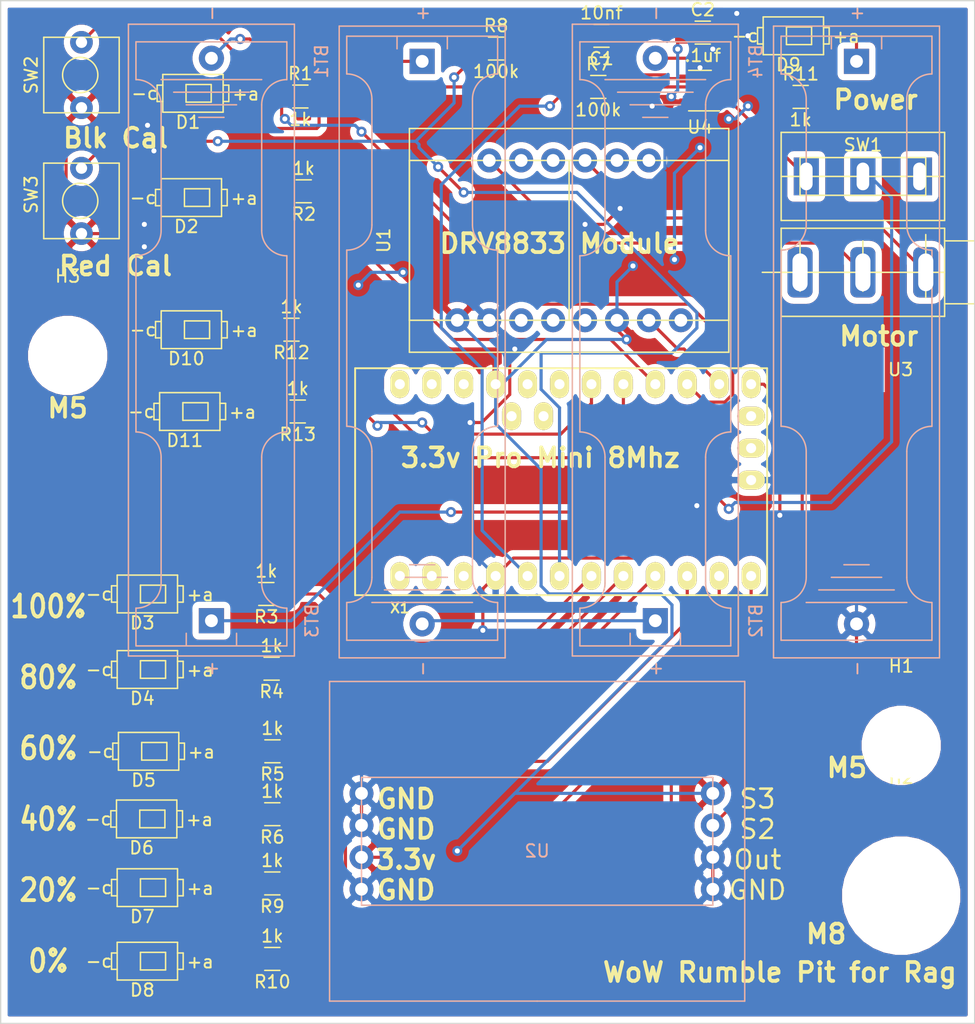
<source format=kicad_pcb>
(kicad_pcb (version 20171130) (host pcbnew "(5.1.6)-1")
  (layers (0 F.Cu signal hide) (31 B.Cu signal hide) (34 B.Paste user) (35 F.Paste user) (36 B.SilkS user) (37 F.SilkS user) (38 B.Mask user) (39 F.Mask user) (44 Edge.Cuts user))
  (net 0 "")
  (net 1 GND)
  (net 2 "Net-(BT1-Pad2)")
  (net 3 "Net-(BT1-Pad1)")
  (net 4 "Net-(BT2-Pad2)")
  (net 5 "Net-(BT3-Pad1)")
  (net 6 "Net-(U1-Pad14)")
  (net 7 "Net-(U1-Pad13)")
  (net 8 "Net-(U1-Pad12)")
  (net 9 "Net-(U1-Pad11)")
  (net 10 "Net-(U1-Pad10)")
  (net 11 "Net-(U1-Pad9)")
  (net 12 "Net-(U1-Pad8)")
  (net 13 "Net-(U1-Pad5)")
  (net 14 "Net-(U1-Pad4)")
  (net 15 "Net-(U1-Pad3)")
  (net 16 "Net-(U3-Pad3)")
  (net 17 "Net-(D1-Pad2)")
  (net 18 "Net-(D2-Pad2)")
  (net 19 "Net-(D3-Pad2)")
  (net 20 "Net-(D4-Pad2)")
  (net 21 "Net-(D5-Pad2)")
  (net 22 "Net-(D6-Pad2)")
  (net 23 "Net-(C1-Pad1)")
  (net 24 "Net-(X1-Pad28)")
  (net 25 "Net-(X1-Pad27)")
  (net 26 "Net-(X1-Pad26)")
  (net 27 "Net-(X1-Pad25)")
  (net 28 "Net-(X1-Pad24)")
  (net 29 "Net-(X1-Pad23)")
  (net 30 "Net-(X1-Pad22)")
  (net 31 "Net-(X1-Pad20)")
  (net 32 "Net-(X1-Pad19)")
  (net 33 "Net-(X1-Pad3)")
  (net 34 "Net-(D7-Pad2)")
  (net 35 "Net-(D8-Pad2)")
  (net 36 "Net-(D9-Pad2)")
  (net 37 "Net-(R1-Pad1)")
  (net 38 "Net-(R2-Pad1)")
  (net 39 "Net-(R3-Pad1)")
  (net 40 "Net-(R4-Pad1)")
  (net 41 "Net-(R5-Pad1)")
  (net 42 "Net-(R6-Pad1)")
  (net 43 "Net-(R7-Pad1)")
  (net 44 "Net-(R8-Pad1)")
  (net 45 "Net-(R9-Pad1)")
  (net 46 "Net-(R10-Pad1)")
  (net 47 "Net-(U1-Pad7)")
  (net 48 "Net-(U2-Pad6)")
  (net 49 "Net-(SW1-Pad1)")
  (net 50 3.3vlabel)
  (net 51 "Net-(SW1-Pad3)")
  (net 52 "Net-(D10-Pad2)")
  (net 53 "Net-(D11-Pad2)")
  (net 54 "Net-(R12-Pad1)")
  (net 55 "Net-(R13-Pad1)")
  (net 56 "Net-(X1-Pad2)")
  (net 57 "Net-(X1-Pad1)")
  (module MountingHole:MountingHole_8.4mm_M8 (layer F.Cu) (at 191.008 140.97)
    (fp_text reference H2 (at 0 -9.4) (layer F.SilkS))
    (fp_text value MountingHole)
    (pad 1 np_thru_hole circle (at 0 0) (size 8.4 8.4) (drill 8.4) (layers *.Cu *.Mask))
  )
  (module MountingHole:MountingHole_5.3mm_M5 (layer F.Cu) (at 124.714 98.044)
    (fp_text reference H3 (at 0 -6.3) (layer F.SilkS))
    (fp_text value MountingHole)
    (pad 1 np_thru_hole circle (at 0 0) (size 5.3 5.3) (drill 5.3) (layers *.Cu *.Mask))
  )
  (module MountingHole:MountingHole_5.3mm_M5 (layer F.Cu) (at 191.008 129.032)
    (fp_text reference H1 (at 0 -6.3) (layer F.SilkS))
    (fp_text value MountingHole)
    (pad 1 np_thru_hole circle (at 0 0) (size 5.3 5.3) (drill 5.3) (layers *.Cu *.Mask))
  )
  (module "MPV Custom stuff:Button_2_lead_SPST_TH" (layer F.Cu) (at 122.81 72.762 270)
    (fp_text reference SW2 (at 3 1 90) (layer F.SilkS))
    (fp_text value SW_Push)
    (pad 1 thru_hole circle (at 0.4 -3 270) (size 1.8 1.8) (drill 0.9) (layers *.Cu *.Mask) (net 43 "Net-(R7-Pad1)"))
    (pad 2 thru_hole circle (at 5.6 -3 270) (size 1.8 1.8) (drill 0.9) (layers *.Cu *.Mask) (net 50 3.3vlabel))
  )
  (module "MPV Custom stuff:Button_2_lead_SPST_TH" (layer F.Cu) (at 122.81 82.762 270)
    (fp_text reference SW3 (at 2.5 1 270) (layer F.SilkS))
    (fp_text value SW_Push)
    (pad 1 thru_hole circle (at 0.4 -3 270) (size 1.8 1.8) (drill 0.9) (layers *.Cu *.Mask) (net 44 "Net-(R8-Pad1)"))
    (pad 2 thru_hole circle (at 5.6 -3 270) (size 1.8 1.8) (drill 0.9) (layers *.Cu *.Mask) (net 50 3.3vlabel))
  )
  (module Resistor_SMD:R_1206_3216Metric_Pad1.42x1.75mm_HandSolder (layer F.Cu) (at 143.0125 102.5 180)
    (fp_text reference R13 (at 0 -1.82) (layer F.SilkS))
    (fp_text value 1k (at 0 1.82) (layer F.SilkS))
    (pad 2 smd roundrect (at 1.4875 0 180) (size 1.425 1.75) (layers F.Cu F.Paste F.Mask) (roundrect_rratio 0.175439) (net 53 "Net-(D11-Pad2)"))
    (pad 1 smd roundrect (at -1.4875 0 180) (size 1.425 1.75) (layers F.Cu F.Paste F.Mask) (roundrect_rratio 0.175439) (net 55 "Net-(R13-Pad1)"))
  )
  (module Resistor_SMD:R_1206_3216Metric_Pad1.42x1.75mm_HandSolder (layer F.Cu) (at 142.5125 96 180)
    (fp_text reference R12 (at 0 -1.82) (layer F.SilkS))
    (fp_text value 1k (at 0 1.82) (layer F.SilkS))
    (pad 2 smd roundrect (at 1.4875 0 180) (size 1.425 1.75) (layers F.Cu F.Paste F.Mask) (roundrect_rratio 0.175439) (net 52 "Net-(D10-Pad2)"))
    (pad 1 smd roundrect (at -1.4875 0 180) (size 1.425 1.75) (layers F.Cu F.Paste F.Mask) (roundrect_rratio 0.175439) (net 54 "Net-(R12-Pad1)"))
  )
  (module Resistor_SMD:R_1206_3216Metric_Pad1.42x1.75mm_HandSolder (layer F.Cu) (at 143.4875 85 180)
    (fp_text reference R2 (at 0 -1.82) (layer F.SilkS))
    (fp_text value 1k (at 0 1.82) (layer F.SilkS))
    (pad 2 smd roundrect (at 1.4875 0 180) (size 1.425 1.75) (layers F.Cu F.Paste F.Mask) (roundrect_rratio 0.175439) (net 18 "Net-(D2-Pad2)"))
    (pad 1 smd roundrect (at -1.4875 0 180) (size 1.425 1.75) (layers F.Cu F.Paste F.Mask) (roundrect_rratio 0.175439) (net 38 "Net-(R2-Pad1)"))
  )
  (module Resistor_SMD:R_1206_3216Metric_Pad1.42x1.75mm_HandSolder (layer F.Cu) (at 143.2195 77.47)
    (fp_text reference R1 (at 0 -1.82) (layer F.SilkS))
    (fp_text value 1k (at 0 1.82) (layer F.SilkS))
    (pad 2 smd roundrect (at 1.4875 0) (size 1.425 1.75) (layers F.Cu F.Paste F.Mask) (roundrect_rratio 0.175439) (net 17 "Net-(D1-Pad2)"))
    (pad 1 smd roundrect (at -1.4875 0) (size 1.425 1.75) (layers F.Cu F.Paste F.Mask) (roundrect_rratio 0.175439) (net 37 "Net-(R1-Pad1)"))
  )
  (module "MPV Custom stuff:5730_LED_SMD" (layer F.Cu) (at 137.274 101 180)
    (fp_text reference D11 (at 3.25 -3.8) (layer F.SilkS))
    (fp_text value LED)
    (fp_text user +a (at -1.35 -1.55) (layer F.SilkS))
    (fp_text user -c (at 6.7 -1.5) (layer F.SilkS))
    (pad 3 smd rect (at 2.4 -1.5 180) (size 2.5 1.5) (layers F.Cu F.Paste F.Mask))
    (pad 1 smd rect (at 5.65 -1.5 180) (size 0.7 1.8) (layers F.Cu F.Paste F.Mask) (net 1 GND))
    (pad 2 smd rect (at 0.05 -1.5 180) (size 0.7 1.8) (layers F.Cu F.Paste F.Mask) (net 53 "Net-(D11-Pad2)"))
  )
  (module "MPV Custom stuff:5730_LED_SMD" (layer F.Cu) (at 137.4 94.5 180)
    (fp_text reference D10 (at 3.25 -3.8) (layer F.SilkS))
    (fp_text value LED)
    (fp_text user +a (at -1.35 -1.55) (layer F.SilkS))
    (fp_text user -c (at 6.7 -1.5) (layer F.SilkS))
    (pad 3 smd rect (at 2.4 -1.5 180) (size 2.5 1.5) (layers F.Cu F.Paste F.Mask))
    (pad 1 smd rect (at 5.65 -1.5 180) (size 0.7 1.8) (layers F.Cu F.Paste F.Mask) (net 1 GND))
    (pad 2 smd rect (at 0.05 -1.5 180) (size 0.7 1.8) (layers F.Cu F.Paste F.Mask) (net 52 "Net-(D10-Pad2)"))
  )
  (module "MPV Custom stuff:5730_LED_SMD" (layer F.Cu) (at 137.4 84 180)
    (fp_text reference D2 (at 3.25 -3.8) (layer F.SilkS))
    (fp_text value LED)
    (fp_text user +a (at -1.35 -1.55) (layer F.SilkS))
    (fp_text user -c (at 6.7 -1.5) (layer F.SilkS))
    (pad 3 smd rect (at 2.4 -1.5 180) (size 2.5 1.5) (layers F.Cu F.Paste F.Mask))
    (pad 1 smd rect (at 5.65 -1.5 180) (size 0.7 1.8) (layers F.Cu F.Paste F.Mask) (net 1 GND))
    (pad 2 smd rect (at 0.05 -1.5 180) (size 0.7 1.8) (layers F.Cu F.Paste F.Mask) (net 18 "Net-(D2-Pad2)"))
  )
  (module "MPV Custom stuff:5730_LED_SMD" (layer F.Cu) (at 137.528 75.716 180)
    (fp_text reference D1 (at 3.25 -3.8) (layer F.SilkS))
    (fp_text value LED)
    (fp_text user +a (at -1.35 -1.55) (layer F.SilkS))
    (fp_text user -c (at 6.7 -1.5) (layer F.SilkS))
    (pad 3 smd rect (at 2.4 -1.5 180) (size 2.5 1.5) (layers F.Cu F.Paste F.Mask))
    (pad 1 smd rect (at 5.65 -1.5 180) (size 0.7 1.8) (layers F.Cu F.Paste F.Mask) (net 1 GND))
    (pad 2 smd rect (at 0.05 -1.5 180) (size 0.7 1.8) (layers F.Cu F.Paste F.Mask) (net 17 "Net-(D1-Pad2)"))
  )
  (module "MPV Custom stuff:SPDT_Switch" (layer F.Cu) (at 181.46 87.32)
    (fp_text reference SW1 (at 6.5 -6) (layer F.SilkS))
    (fp_text value SW_SPDT)
    (pad 2 thru_hole rect (at 6.5 -3.5) (size 2 3) (drill oval 1 2.2) (layers *.Cu *.Mask) (net 5 "Net-(BT3-Pad1)"))
    (pad 3 thru_hole rect (at 11 -3.5) (size 2 3) (drill oval 1 2.2) (layers *.Cu *.Mask) (net 51 "Net-(SW1-Pad3)"))
    (pad 1 thru_hole rect (at 2 -3.5) (size 2 3) (drill oval 1 2.2) (layers *.Cu *.Mask) (net 49 "Net-(SW1-Pad1)"))
  )
  (module Resistor_SMD:R_1206_3216Metric_Pad1.42x1.75mm_HandSolder (layer F.Cu) (at 183.0125 77.5)
    (fp_text reference R11 (at 0 -1.82) (layer F.SilkS))
    (fp_text value 1k (at 0 1.82) (layer F.SilkS))
    (pad 2 smd roundrect (at 1.4875 0) (size 1.425 1.75) (layers F.Cu F.Paste F.Mask) (roundrect_rratio 0.175439) (net 36 "Net-(D9-Pad2)"))
    (pad 1 smd roundrect (at -1.4875 0) (size 1.425 1.75) (layers F.Cu F.Paste F.Mask) (roundrect_rratio 0.175439) (net 50 3.3vlabel))
  )
  (module Resistor_SMD:R_1206_3216Metric_Pad1.42x1.75mm_HandSolder (layer F.Cu) (at 140.9875 146 180)
    (fp_text reference R10 (at 0 -1.82) (layer F.SilkS))
    (fp_text value 1k (at 0 1.82) (layer F.SilkS))
    (pad 2 smd roundrect (at 1.4875 0 180) (size 1.425 1.75) (layers F.Cu F.Paste F.Mask) (roundrect_rratio 0.175439) (net 35 "Net-(D8-Pad2)"))
    (pad 1 smd roundrect (at -1.4875 0 180) (size 1.425 1.75) (layers F.Cu F.Paste F.Mask) (roundrect_rratio 0.175439) (net 46 "Net-(R10-Pad1)"))
  )
  (module Resistor_SMD:R_1206_3216Metric_Pad1.42x1.75mm_HandSolder (layer F.Cu) (at 140.9875 140 180)
    (fp_text reference R9 (at 0 -1.82) (layer F.SilkS))
    (fp_text value 1k (at 0 1.82) (layer F.SilkS))
    (pad 2 smd roundrect (at 1.4875 0 180) (size 1.425 1.75) (layers F.Cu F.Paste F.Mask) (roundrect_rratio 0.175439) (net 34 "Net-(D7-Pad2)"))
    (pad 1 smd roundrect (at -1.4875 0 180) (size 1.425 1.75) (layers F.Cu F.Paste F.Mask) (roundrect_rratio 0.175439) (net 45 "Net-(R9-Pad1)"))
  )
  (module Resistor_SMD:R_1206_3216Metric_Pad1.42x1.75mm_HandSolder (layer F.Cu) (at 140.9875 134.5 180)
    (fp_text reference R6 (at 0 -1.82) (layer F.SilkS))
    (fp_text value 1k (at 0 1.82) (layer F.SilkS))
    (pad 2 smd roundrect (at 1.4875 0 180) (size 1.425 1.75) (layers F.Cu F.Paste F.Mask) (roundrect_rratio 0.175439) (net 22 "Net-(D6-Pad2)"))
    (pad 1 smd roundrect (at -1.4875 0 180) (size 1.425 1.75) (layers F.Cu F.Paste F.Mask) (roundrect_rratio 0.175439) (net 42 "Net-(R6-Pad1)"))
  )
  (module Resistor_SMD:R_1206_3216Metric_Pad1.42x1.75mm_HandSolder (layer F.Cu) (at 141 129.5 180)
    (fp_text reference R5 (at 0 -1.82) (layer F.SilkS))
    (fp_text value 1k (at 0 1.82) (layer F.SilkS))
    (pad 2 smd roundrect (at 1.4875 0 180) (size 1.425 1.75) (layers F.Cu F.Paste F.Mask) (roundrect_rratio 0.175439) (net 21 "Net-(D5-Pad2)"))
    (pad 1 smd roundrect (at -1.4875 0 180) (size 1.425 1.75) (layers F.Cu F.Paste F.Mask) (roundrect_rratio 0.175439) (net 41 "Net-(R5-Pad1)"))
  )
  (module Resistor_SMD:R_1206_3216Metric_Pad1.42x1.75mm_HandSolder (layer F.Cu) (at 140.9335 122.936 180)
    (fp_text reference R4 (at 0 -1.82) (layer F.SilkS))
    (fp_text value 1k (at 0 1.82) (layer F.SilkS))
    (pad 2 smd roundrect (at 1.4875 0 180) (size 1.425 1.75) (layers F.Cu F.Paste F.Mask) (roundrect_rratio 0.175439) (net 20 "Net-(D4-Pad2)"))
    (pad 1 smd roundrect (at -1.4875 0 180) (size 1.425 1.75) (layers F.Cu F.Paste F.Mask) (roundrect_rratio 0.175439) (net 40 "Net-(R4-Pad1)"))
  )
  (module Resistor_SMD:R_1206_3216Metric_Pad1.42x1.75mm_HandSolder (layer F.Cu) (at 140.5125 117 180)
    (fp_text reference R3 (at 0 -1.82) (layer F.SilkS))
    (fp_text value 1k (at 0 1.82) (layer F.SilkS))
    (pad 2 smd roundrect (at 1.4875 0 180) (size 1.425 1.75) (layers F.Cu F.Paste F.Mask) (roundrect_rratio 0.175439) (net 19 "Net-(D3-Pad2)"))
    (pad 1 smd roundrect (at -1.4875 0 180) (size 1.425 1.75) (layers F.Cu F.Paste F.Mask) (roundrect_rratio 0.175439) (net 39 "Net-(R3-Pad1)"))
  )
  (module "MPV Custom stuff:5730_LED_SMD" (layer F.Cu) (at 185.28 71.144 180)
    (fp_text reference D9 (at 3.25 -3.8) (layer F.SilkS))
    (fp_text value LED)
    (fp_text user +a (at -1.35 -1.55) (layer F.SilkS))
    (fp_text user -c (at 6.7 -1.5) (layer F.SilkS))
    (pad 3 smd rect (at 2.4 -1.5 180) (size 2.5 1.5) (layers F.Cu F.Paste F.Mask))
    (pad 1 smd rect (at 5.65 -1.5 180) (size 0.7 1.8) (layers F.Cu F.Paste F.Mask) (net 1 GND))
    (pad 2 smd rect (at 0.05 -1.5 180) (size 0.7 1.8) (layers F.Cu F.Paste F.Mask) (net 36 "Net-(D9-Pad2)"))
  )
  (module "MPV Custom stuff:5730_LED_SMD" (layer F.Cu) (at 133.9 144.677 180)
    (fp_text reference D8 (at 3.25 -3.8) (layer F.SilkS))
    (fp_text value LED)
    (fp_text user +a (at -1.35 -1.55) (layer F.SilkS))
    (fp_text user -c (at 6.7 -1.5) (layer F.SilkS))
    (pad 3 smd rect (at 2.4 -1.5 180) (size 2.5 1.5) (layers F.Cu F.Paste F.Mask))
    (pad 1 smd rect (at 5.65 -1.5 180) (size 0.7 1.8) (layers F.Cu F.Paste F.Mask) (net 1 GND))
    (pad 2 smd rect (at 0.05 -1.5 180) (size 0.7 1.8) (layers F.Cu F.Paste F.Mask) (net 35 "Net-(D8-Pad2)"))
  )
  (module "MPV Custom stuff:5730_LED_SMD" (layer F.Cu) (at 133.9 138.835 180)
    (fp_text reference D7 (at 3.25 -3.8) (layer F.SilkS))
    (fp_text value LED)
    (fp_text user +a (at -1.35 -1.55) (layer F.SilkS))
    (fp_text user -c (at 6.7 -1.5) (layer F.SilkS))
    (pad 3 smd rect (at 2.4 -1.5 180) (size 2.5 1.5) (layers F.Cu F.Paste F.Mask))
    (pad 1 smd rect (at 5.65 -1.5 180) (size 0.7 1.8) (layers F.Cu F.Paste F.Mask) (net 1 GND))
    (pad 2 smd rect (at 0.05 -1.5 180) (size 0.7 1.8) (layers F.Cu F.Paste F.Mask) (net 34 "Net-(D7-Pad2)"))
  )
  (module "MPV Custom stuff:5730_LED_SMD" (layer F.Cu) (at 133.845 133.374 180)
    (fp_text reference D6 (at 3.25 -3.8) (layer F.SilkS))
    (fp_text value LED)
    (fp_text user +a (at -1.35 -1.55) (layer F.SilkS))
    (fp_text user -c (at 6.7 -1.5) (layer F.SilkS))
    (pad 3 smd rect (at 2.4 -1.5 180) (size 2.5 1.5) (layers F.Cu F.Paste F.Mask))
    (pad 1 smd rect (at 5.65 -1.5 180) (size 0.7 1.8) (layers F.Cu F.Paste F.Mask) (net 1 GND))
    (pad 2 smd rect (at 0.05 -1.5 180) (size 0.7 1.8) (layers F.Cu F.Paste F.Mask) (net 22 "Net-(D6-Pad2)"))
  )
  (module "MPV Custom stuff:5730_LED_SMD" (layer F.Cu) (at 134 128 180)
    (fp_text reference D5 (at 3.25 -3.8) (layer F.SilkS))
    (fp_text value LED)
    (fp_text user +a (at -1.35 -1.55) (layer F.SilkS))
    (fp_text user -c (at 6.7 -1.5) (layer F.SilkS))
    (pad 3 smd rect (at 2.4 -1.5 180) (size 2.5 1.5) (layers F.Cu F.Paste F.Mask))
    (pad 1 smd rect (at 5.65 -1.5 180) (size 0.7 1.8) (layers F.Cu F.Paste F.Mask) (net 1 GND))
    (pad 2 smd rect (at 0.05 -1.5 180) (size 0.7 1.8) (layers F.Cu F.Paste F.Mask) (net 21 "Net-(D5-Pad2)"))
  )
  (module "MPV Custom stuff:5730_LED_SMD" (layer F.Cu) (at 133.9 121.5 180)
    (fp_text reference D4 (at 3.25 -3.8) (layer F.SilkS))
    (fp_text value LED)
    (fp_text user +a (at -1.35 -1.55) (layer F.SilkS))
    (fp_text user -c (at 6.7 -1.5) (layer F.SilkS))
    (pad 3 smd rect (at 2.4 -1.5 180) (size 2.5 1.5) (layers F.Cu F.Paste F.Mask))
    (pad 1 smd rect (at 5.65 -1.5 180) (size 0.7 1.8) (layers F.Cu F.Paste F.Mask) (net 1 GND))
    (pad 2 smd rect (at 0.05 -1.5 180) (size 0.7 1.8) (layers F.Cu F.Paste F.Mask) (net 20 "Net-(D4-Pad2)"))
  )
  (module "MPV Custom stuff:5730_LED_SMD" (layer F.Cu) (at 133.9 115.5 180)
    (fp_text reference D3 (at 3.25 -3.8) (layer F.SilkS))
    (fp_text value LED)
    (fp_text user +a (at -1.35 -1.55) (layer F.SilkS))
    (fp_text user -c (at 6.7 -1.5) (layer F.SilkS))
    (pad 3 smd rect (at 2.4 -1.5 180) (size 2.5 1.5) (layers F.Cu F.Paste F.Mask))
    (pad 1 smd rect (at 5.65 -1.5 180) (size 0.7 1.8) (layers F.Cu F.Paste F.Mask) (net 1 GND))
    (pad 2 smd rect (at 0.05 -1.5 180) (size 0.7 1.8) (layers F.Cu F.Paste F.Mask) (net 19 "Net-(D3-Pad2)"))
  )
  (module "MPV Custom stuff:pro_mini" (layer F.Cu) (at 165.1 107.95)
    (fp_text reference X1 (at -13.97 10.16) (layer F.SilkS) (effects (font (size 0.8 0.8) (thickness 0.16))))
    (fp_text value Arduino_Pro_Mini hide)
    (pad 29 thru_hole oval (at 13.97 0) (size 2.19964 1.50114) (drill 0.8001) (layers *.Cu *.Mask F.SilkS) (net 1 GND))
    (pad 28 thru_hole oval (at 13.97 -2.54) (size 2.19964 1.50114) (drill 0.8001) (layers *.Cu *.Mask F.SilkS) (net 24 "Net-(X1-Pad28)"))
    (pad 27 thru_hole oval (at 13.97 -5.08) (size 2.19964 1.50114) (drill 0.8001) (layers *.Cu *.Mask F.SilkS) (net 25 "Net-(X1-Pad27)"))
    (pad 26 thru_hole oval (at -5.08 -5.08) (size 1.50114 2.19964) (drill 0.8001) (layers *.Cu *.Mask F.SilkS) (net 26 "Net-(X1-Pad26)"))
    (pad 25 thru_hole oval (at -2.54 -5.08) (size 1.50114 2.19964) (drill 0.8001) (layers *.Cu *.Mask F.SilkS) (net 27 "Net-(X1-Pad25)"))
    (pad 24 thru_hole oval (at -13.97 -7.62) (size 1.50114 2.19964) (drill 0.8001) (layers *.Cu *.Mask F.SilkS) (net 28 "Net-(X1-Pad24)"))
    (pad 23 thru_hole oval (at -11.43 -7.62) (size 1.50114 2.19964) (drill 0.8001) (layers *.Cu *.Mask F.SilkS) (net 29 "Net-(X1-Pad23)"))
    (pad 22 thru_hole oval (at -8.89 -7.62) (size 1.50114 2.19964) (drill 0.8001) (layers *.Cu *.Mask F.SilkS) (net 30 "Net-(X1-Pad22)"))
    (pad 21 thru_hole oval (at -6.35 -7.62) (size 1.50114 2.19964) (drill 0.8001) (layers *.Cu *.Mask F.SilkS) (net 50 3.3vlabel))
    (pad 20 thru_hole oval (at -3.81 -7.62) (size 1.50114 2.19964) (drill 0.8001) (layers *.Cu *.Mask F.SilkS) (net 31 "Net-(X1-Pad20)"))
    (pad 19 thru_hole oval (at -1.27 -7.62) (size 1.50114 2.19964) (drill 0.8001) (layers *.Cu *.Mask F.SilkS) (net 32 "Net-(X1-Pad19)"))
    (pad 18 thru_hole oval (at 1.27 -7.62) (size 1.50114 2.19964) (drill 0.8001) (layers *.Cu *.Mask F.SilkS) (net 55 "Net-(R13-Pad1)"))
    (pad 17 thru_hole oval (at 3.81 -7.62) (size 1.50114 2.19964) (drill 0.8001) (layers *.Cu *.Mask F.SilkS) (net 54 "Net-(R12-Pad1)"))
    (pad 16 thru_hole oval (at 6.35 -7.62) (size 1.50114 2.19964) (drill 0.8001) (layers *.Cu *.Mask F.SilkS) (net 38 "Net-(R2-Pad1)"))
    (pad 15 thru_hole oval (at 8.89 -7.62) (size 1.50114 2.19964) (drill 0.8001) (layers *.Cu *.Mask F.SilkS) (net 37 "Net-(R1-Pad1)"))
    (pad 14 thru_hole oval (at 11.43 -7.62) (size 1.50114 2.19964) (drill 0.8001) (layers *.Cu *.Mask F.SilkS) (net 47 "Net-(U1-Pad7)"))
    (pad 13 thru_hole oval (at 13.97 -7.62) (size 1.50114 2.19964) (drill 0.8001) (layers *.Cu *.Mask F.SilkS) (net 48 "Net-(U2-Pad6)"))
    (pad 12 thru_hole oval (at 13.97 7.62) (size 1.50114 2.19964) (drill 0.8001) (layers *.Cu *.Mask F.SilkS) (net 46 "Net-(R10-Pad1)"))
    (pad 11 thru_hole oval (at 11.43 7.62) (size 1.50114 2.19964) (drill 0.8001) (layers *.Cu *.Mask F.SilkS) (net 45 "Net-(R9-Pad1)"))
    (pad 10 thru_hole oval (at 8.89 7.62) (size 1.50114 2.19964) (drill 0.8001) (layers *.Cu *.Mask F.SilkS) (net 42 "Net-(R6-Pad1)"))
    (pad 9 thru_hole oval (at 6.35 7.62) (size 1.50114 2.19964) (drill 0.8001) (layers *.Cu *.Mask F.SilkS) (net 41 "Net-(R5-Pad1)"))
    (pad 8 thru_hole oval (at 3.81 7.62) (size 1.50114 2.19964) (drill 0.8001) (layers *.Cu *.Mask F.SilkS) (net 40 "Net-(R4-Pad1)"))
    (pad 7 thru_hole oval (at 1.27 7.62) (size 1.50114 2.19964) (drill 0.8001) (layers *.Cu *.Mask F.SilkS) (net 39 "Net-(R3-Pad1)"))
    (pad 6 thru_hole oval (at -1.27 7.62) (size 1.50114 2.19964) (drill 0.8001) (layers *.Cu *.Mask F.SilkS) (net 44 "Net-(R8-Pad1)"))
    (pad 5 thru_hole oval (at -3.81 7.62) (size 1.50114 2.19964) (drill 0.8001) (layers *.Cu *.Mask F.SilkS) (net 43 "Net-(R7-Pad1)"))
    (pad 4 thru_hole oval (at -6.35 7.62) (size 1.50114 2.19964) (drill 0.8001) (layers *.Cu *.Mask F.SilkS) (net 1 GND))
    (pad 3 thru_hole oval (at -8.89 7.62) (size 1.50114 2.19964) (drill 0.8001) (layers *.Cu *.Mask F.SilkS) (net 33 "Net-(X1-Pad3)"))
    (pad 2 thru_hole oval (at -11.43 7.62) (size 1.50114 2.19964) (drill 0.8001) (layers *.Cu *.Mask F.SilkS) (net 56 "Net-(X1-Pad2)"))
    (pad 1 thru_hole oval (at -13.97 7.62) (size 1.50114 2.19964) (drill 0.8001) (layers *.Cu *.Mask F.SilkS) (net 57 "Net-(X1-Pad1)"))
  )
  (module Package_TO_SOT_SMD:SOT-23-5 (layer F.Cu) (at 175 77 180)
    (fp_text reference U4 (at 0 -2.9) (layer F.SilkS))
    (fp_text value SPX3819M5-L-3-3)
    (pad 5 smd rect (at 1.1 -0.95 180) (size 1.06 0.65) (layers F.Cu F.Paste F.Mask) (net 50 3.3vlabel))
    (pad 4 smd rect (at 1.1 0.95 180) (size 1.06 0.65) (layers F.Cu F.Paste F.Mask) (net 23 "Net-(C1-Pad1)"))
    (pad 3 smd rect (at -1.1 0.95 180) (size 1.06 0.65) (layers F.Cu F.Paste F.Mask) (net 49 "Net-(SW1-Pad1)"))
    (pad 2 smd rect (at -1.1 0 180) (size 1.06 0.65) (layers F.Cu F.Paste F.Mask) (net 1 GND))
    (pad 1 smd rect (at -1.1 -0.95 180) (size 1.06 0.65) (layers F.Cu F.Paste F.Mask) (net 49 "Net-(SW1-Pad1)"))
  )
  (module Resistor_SMD:R_1206_3216Metric_Pad1.42x1.75mm_HandSolder (layer F.Cu) (at 158.7865 73.66)
    (fp_text reference R8 (at 0 -1.82) (layer F.SilkS))
    (fp_text value 100k (at 0 1.82) (layer F.SilkS))
    (pad 2 smd roundrect (at 1.4875 0) (size 1.425 1.75) (layers F.Cu F.Paste F.Mask) (roundrect_rratio 0.175439) (net 1 GND))
    (pad 1 smd roundrect (at -1.4875 0) (size 1.425 1.75) (layers F.Cu F.Paste F.Mask) (roundrect_rratio 0.175439) (net 44 "Net-(R8-Pad1)"))
  )
  (module Resistor_SMD:R_1206_3216Metric_Pad1.42x1.75mm_HandSolder (layer F.Cu) (at 166.9145 76.708)
    (fp_text reference R7 (at 0 -1.82) (layer F.SilkS))
    (fp_text value 100k (at 0 1.82) (layer F.SilkS))
    (pad 2 smd roundrect (at 1.4875 0) (size 1.425 1.75) (layers F.Cu F.Paste F.Mask) (roundrect_rratio 0.175439) (net 1 GND))
    (pad 1 smd roundrect (at -1.4875 0) (size 1.425 1.75) (layers F.Cu F.Paste F.Mask) (roundrect_rratio 0.175439) (net 43 "Net-(R7-Pad1)"))
  )
  (module Capacitor_SMD:C_1206_3216Metric_Pad1.42x1.75mm_HandSolder (layer F.Cu) (at 175.2235 72.39)
    (fp_text reference C2 (at 0 -1.82) (layer F.SilkS))
    (fp_text value .1uf (at 0 1.82) (layer F.SilkS))
    (pad 2 smd roundrect (at 1.4875 0) (size 1.425 1.75) (layers F.Cu F.Paste F.Mask) (roundrect_rratio 0.175439) (net 1 GND))
    (pad 1 smd roundrect (at -1.4875 0) (size 1.425 1.75) (layers F.Cu F.Paste F.Mask) (roundrect_rratio 0.175439) (net 50 3.3vlabel))
  )
  (module Capacitor_SMD:C_1206_3216Metric_Pad1.42x1.75mm_HandSolder (layer F.Cu) (at 167.1685 72.644 180)
    (fp_text reference C1 (at 0 -1.82) (layer F.SilkS))
    (fp_text value 10nf (at 0 1.82) (layer F.SilkS))
    (pad 2 smd roundrect (at 1.4875 0 180) (size 1.425 1.75) (layers F.Cu F.Paste F.Mask) (roundrect_rratio 0.175439) (net 1 GND))
    (pad 1 smd roundrect (at -1.4875 0 180) (size 1.425 1.75) (layers F.Cu F.Paste F.Mask) (roundrect_rratio 0.175439) (net 23 "Net-(C1-Pad1)"))
  )
  (module "MPV Custom stuff:3.5mm_Audio_Jack_A-2454_Tayda" (layer F.Cu) (at 194.46 87.94 180)
    (fp_text reference U3 (at 3.5 -11.23) (layer F.SilkS))
    (fp_text value a-24543.5mmAudio)
    (pad 3 thru_hole roundrect (at 11.5 -3.5 180) (size 2 4) (drill oval 1.2 3) (layers *.Cu *.Mask) (net 16 "Net-(U3-Pad3)"))
    (pad 2 thru_hole roundrect (at 6.5 -3.5 180) (size 2 4) (drill oval 1.2 3) (layers *.Cu *.Mask) (net 6 "Net-(U1-Pad14)"))
    (pad 1 thru_hole roundrect (at 1.5 -3.5 180) (size 2 4) (drill oval 1.2 3) (layers *.Cu *.Mask) (net 9 "Net-(U1-Pad11)"))
  )
  (module "MPV Custom stuff:Color_Sensor" (layer B.Cu) (at 162.052 149.352)
    (fp_text reference U2 (at 0 -11.93) (layer B.SilkS) (effects (justify mirror)))
    (fp_text value Color_Sensor-MPV_Symbol_Lib)
    (pad 8 thru_hole circle (at 13.97 -8.89) (size 1.905 1.905) (drill 1.016) (layers *.Cu *.Mask) (net 1 GND))
    (pad 7 thru_hole circle (at 13.97 -11.43) (size 1.905 1.905) (drill 1.016) (layers *.Cu *.Mask) (net 1 GND))
    (pad 6 thru_hole circle (at 13.97 -13.97) (size 1.905 1.905) (drill 1.016) (layers *.Cu *.Mask) (net 48 "Net-(U2-Pad6)"))
    (pad 5 thru_hole circle (at 13.97 -16.51) (size 1.905 1.905) (drill 1.016) (layers *.Cu *.Mask) (net 50 3.3vlabel))
    (pad 4 thru_hole circle (at -13.97 -16.51) (size 1.905 1.905) (drill 1.016) (layers *.Cu *.Mask) (net 1 GND))
    (pad 3 thru_hole circle (at -13.97 -13.97) (size 1.905 1.905) (drill 1.016) (layers *.Cu *.Mask) (net 1 GND))
    (pad 2 thru_hole circle (at -13.97 -11.43) (size 1.905 1.905) (drill 1.016) (layers *.Cu *.Mask) (net 50 3.3vlabel))
    (pad 1 thru_hole circle (at -13.97 -8.89) (size 1.905 1.905) (drill 1.016) (layers *.Cu *.Mask) (net 1 GND))
  )
  (module "MPV Custom stuff:DRV8833_Module" (layer F.Cu) (at 151.892 88.9 90)
    (fp_text reference U1 (at 0 -2.04 90) (layer F.SilkS))
    (fp_text value DRV883-MPV_Symbol_Lib)
    (pad 14 thru_hole circle (at 6.35 6.35 90) (size 1.905 1.905) (drill 1.016) (layers *.Cu *.Mask) (net 6 "Net-(U1-Pad14)"))
    (pad 13 thru_hole circle (at 6.35 8.89 90) (size 1.905 1.905) (drill 1.016) (layers *.Cu *.Mask) (net 7 "Net-(U1-Pad13)"))
    (pad 12 thru_hole circle (at 6.35 11.43 90) (size 1.905 1.905) (drill 1.016) (layers *.Cu *.Mask) (net 8 "Net-(U1-Pad12)"))
    (pad 11 thru_hole circle (at 6.35 13.97 90) (size 1.905 1.905) (drill 1.016) (layers *.Cu *.Mask) (net 9 "Net-(U1-Pad11)"))
    (pad 10 thru_hole circle (at 6.35 16.51 90) (size 1.905 1.905) (drill 1.016) (layers *.Cu *.Mask) (net 10 "Net-(U1-Pad10)"))
    (pad 9 thru_hole circle (at 6.35 19.05 90) (size 1.905 1.905) (drill 1.016) (layers *.Cu *.Mask) (net 11 "Net-(U1-Pad9)"))
    (pad 8 thru_hole circle (at -6.35 21.59 90) (size 1.905 1.905) (drill 1.016) (layers *.Cu *.Mask) (net 12 "Net-(U1-Pad8)"))
    (pad 7 thru_hole circle (at -6.35 19.05 90) (size 1.905 1.905) (drill 1.016) (layers *.Cu *.Mask) (net 47 "Net-(U1-Pad7)"))
    (pad 6 thru_hole circle (at -6.35 16.51 90) (size 1.905 1.905) (drill 1.016) (layers *.Cu *.Mask) (net 50 3.3vlabel))
    (pad 5 thru_hole circle (at -6.35 13.97 90) (size 1.905 1.905) (drill 1.016) (layers *.Cu *.Mask) (net 13 "Net-(U1-Pad5)"))
    (pad 4 thru_hole circle (at -6.35 11.43 90) (size 1.905 1.905) (drill 1.016) (layers *.Cu *.Mask) (net 14 "Net-(U1-Pad4)"))
    (pad 3 thru_hole circle (at -6.35 8.89 90) (size 1.905 1.905) (drill 1.016) (layers *.Cu *.Mask) (net 15 "Net-(U1-Pad3)"))
    (pad 2 thru_hole circle (at -6.35 6.35 90) (size 1.905 1.905) (drill 1.016) (layers *.Cu *.Mask) (net 1 GND))
    (pad 1 thru_hole circle (at -6.35 3.81 90) (size 1.905 1.905) (drill 1.016) (layers *.Cu *.Mask) (net 50 3.3vlabel))
  )
  (module Battery:BatteryHolder_Keystone_2466_1xAAA (layer B.Cu) (at 187.452 74.676 270)
    (fp_text reference BT4 (at 0 8 270) (layer B.SilkS) (effects (justify mirror)))
    (fp_text value Battery_Cell)
    (fp_text user + (at -3.81 0 90) (layer B.SilkS) (effects (justify mirror)))
    (fp_text user - (at 48.26 0 90) (layer B.SilkS) (effects (justify mirror)))
    (pad 2 thru_hole circle (at 44.7 0 270) (size 2 2) (drill 1.02) (layers *.Cu *.Mask) (net 1 GND))
    (pad 1 thru_hole rect (at 0 0 270) (size 2 2) (drill 1.02) (layers *.Cu *.Mask) (net 4 "Net-(BT2-Pad2)"))
  )
  (module Battery:BatteryHolder_Keystone_2466_1xAAA (layer B.Cu) (at 136.144 119.126 90)
    (fp_text reference BT3 (at 0 8 -90) (layer B.SilkS) (effects (justify mirror)))
    (fp_text value Battery_Cell)
    (fp_text user + (at -3.81 0 90) (layer B.SilkS) (effects (justify mirror)))
    (fp_text user - (at 48.26 0 90) (layer B.SilkS) (effects (justify mirror)))
    (pad 2 thru_hole circle (at 44.7 0 90) (size 2 2) (drill 1.02) (layers *.Cu *.Mask) (net 3 "Net-(BT1-Pad1)"))
    (pad 1 thru_hole rect (at 0 0 90) (size 2 2) (drill 1.02) (layers *.Cu *.Mask) (net 5 "Net-(BT3-Pad1)"))
  )
  (module Battery:BatteryHolder_Keystone_2466_1xAAA (layer B.Cu) (at 171.45 119.126 90)
    (fp_text reference BT2 (at 0 8 -90) (layer B.SilkS) (effects (justify mirror)))
    (fp_text value Battery_Cell)
    (fp_text user + (at -3.81 0 90) (layer B.SilkS) (effects (justify mirror)))
    (fp_text user - (at 48.26 0 90) (layer B.SilkS) (effects (justify mirror)))
    (pad 2 thru_hole circle (at 44.7 0 90) (size 2 2) (drill 1.02) (layers *.Cu *.Mask) (net 4 "Net-(BT2-Pad2)"))
    (pad 1 thru_hole rect (at 0 0 90) (size 2 2) (drill 1.02) (layers *.Cu *.Mask) (net 2 "Net-(BT1-Pad2)"))
  )
  (module Battery:BatteryHolder_Keystone_2466_1xAAA (layer B.Cu) (at 152.908 74.676 270)
    (fp_text reference BT1 (at 0 8 270) (layer B.SilkS) (effects (justify mirror)))
    (fp_text value Battery_Cell)
    (fp_text user + (at -3.81 0 90) (layer B.SilkS) (effects (justify mirror)))
    (fp_text user - (at 48.26 0 90) (layer B.SilkS) (effects (justify mirror)))
    (pad 2 thru_hole circle (at 44.7 0 270) (size 2 2) (drill 1.02) (layers *.Cu *.Mask) (net 2 "Net-(BT1-Pad2)"))
    (pad 1 thru_hole rect (at 0 0 270) (size 2 2) (drill 1.02) (layers *.Cu *.Mask) (net 3 "Net-(BT1-Pad1)"))
  )
  (gr_text M5 (at 124.714 102.235) (layer F.SilkS) (effects (font (size 1.5 1.5) (thickness 0.3))))
  (gr_text M5 (at 186.69 130.81) (layer F.SilkS) (effects (font (size 1.5 1.5) (thickness 0.3))))
  (gr_text M8 (at 185.039 144.018) (layer F.SilkS) (effects (font (size 1.5 1.5) (thickness 0.3))))
  (gr_text "WoW Rumble Pit for Rag" (at 181.356 147.066) (layer F.SilkS) (effects (font (size 1.5 1.5) (thickness 0.3))))
  (gr_text "Red Cal" (at 128.524 90.932) (layer F.SilkS) (effects (font (size 1.5 1.5) (thickness 0.3))))
  (gr_text "Blk Cal" (at 128.524 80.772) (layer F.SilkS) (effects (font (size 1.5 1.5) (thickness 0.3))))
  (gr_text "100%\n\n80%\n\n60%\n\n40%\n\n20%\n\n0%" (at 123.19 132.08) (layer F.SilkS) (effects (font (size 1.75 1.5) (thickness 0.3))))
  (gr_text "3.3v Pro Mini 8Mhz" (at 162.306 106.172) (layer F.SilkS) (effects (font (size 1.5 1.5) (thickness 0.3))))
  (gr_text "DRV8833 Module" (at 163.83 89.154) (layer F.SilkS) (effects (font (size 1.5 1.5) (thickness 0.3))))
  (gr_text Motor (at 189.23 96.52) (layer F.SilkS) (effects (font (size 1.5 1.5) (thickness 0.3))))
  (gr_text Motor (at 185.928 99.06) (layer F.Cu) (effects (font (size 1.5 1.5) (thickness 0.3))))
  (gr_text Power (at 188.976 77.724) (layer F.SilkS) (effects (font (size 1.5 1.5) (thickness 0.3))))
  (gr_text "GND\nGND\n3.3v\nGND" (at 151.638 136.906) (layer F.SilkS) (effects (font (size 1.5 1.5) (thickness 0.3))))
  (gr_text "S3\nS2\nOut\nGND" (at 179.578 136.906) (layer F.SilkS) (effects (font (size 1.5 1.5) (thickness 0.2))))
  (gr_line (start 119.38 151.13) (end 119.38 69.85) (layer Edge.Cuts) (width 0.1))
  (gr_line (start 196.85 151.13) (end 119.38 151.13) (layer Edge.Cuts) (width 0.1))
  (gr_line (start 196.85 69.85) (end 196.85 151.13) (layer Edge.Cuts) (width 0.1))
  (gr_line (start 119.38 69.85) (end 196.85 69.85) (layer Edge.Cuts) (width 0.1))
  (segment (start 161.29 72.644) (end 160.274 73.66) (width 0.25) (layer F.Cu) (net 1))
  (segment (start 165.681 72.644) (end 161.29 72.644) (width 0.25) (layer F.Cu) (net 1))
  (segment (start 168.402 75.365) (end 165.681 72.644) (width 0.25) (layer F.Cu) (net 1))
  (segment (start 168.402 76.708) (end 168.402 75.365) (width 0.25) (layer F.Cu) (net 1))
  (via (at 178.816 72.644) (size 0.8) (drill 0.4) (layers F.Cu B.Cu) (net 1))
  (segment (start 178.816 72.644) (end 179.63 72.644) (width 0.25) (layer F.Cu) (net 1))
  (segment (start 176.711 72.39) (end 176.711 73.225) (width 0.25) (layer F.Cu) (net 1))
  (via (at 176.022 73.701) (size 0.8) (drill 0.4) (layers F.Cu B.Cu) (net 1))
  (segment (start 176.711 73.225) (end 176.235 73.701) (width 0.25) (layer F.Cu) (net 1))
  (segment (start 176.235 73.701) (end 176.022 73.701) (width 0.25) (layer F.Cu) (net 1))
  (segment (start 176.022 73.701) (end 176.022 75.184) (width 0.25) (layer B.Cu) (net 1))
  (segment (start 176.1 77) (end 175.298 77) (width 0.25) (layer F.Cu) (net 1))
  (segment (start 175.298 77) (end 175.006 76.708) (width 0.25) (layer F.Cu) (net 1))
  (via (at 175.006 75.184) (size 0.8) (drill 0.4) (layers F.Cu B.Cu) (net 1))
  (segment (start 175.006 76.708) (end 175.006 75.184) (width 0.25) (layer F.Cu) (net 1))
  (segment (start 175.006 75.184) (end 176.022 75.184) (width 0.25) (layer B.Cu) (net 1))
  (segment (start 158.242 95.25) (end 165.862 87.63) (width 0.25) (layer B.Cu) (net 1))
  (via (at 165.862 87.63) (size 0.8) (drill 0.4) (layers F.Cu B.Cu) (net 1))
  (segment (start 165.862 87.63) (end 167.386 87.63) (width 0.25) (layer F.Cu) (net 1))
  (via (at 168.651347 86.364653) (size 0.8) (drill 0.4) (layers F.Cu B.Cu) (net 1))
  (segment (start 167.386 87.63) (end 168.651347 86.364653) (width 0.25) (layer F.Cu) (net 1))
  (segment (start 172.219501 83.163201) (end 172.219501 79.255501) (width 0.25) (layer B.Cu) (net 1))
  (segment (start 168.651347 86.364653) (end 169.018049 86.364653) (width 0.25) (layer B.Cu) (net 1))
  (segment (start 169.018049 86.364653) (end 172.219501 83.163201) (width 0.25) (layer B.Cu) (net 1))
  (via (at 171.196 78.232) (size 0.8) (drill 0.4) (layers F.Cu B.Cu) (net 1))
  (segment (start 172.219501 79.255501) (end 171.196 78.232) (width 0.25) (layer B.Cu) (net 1))
  (segment (start 169.672 76.708) (end 168.402 76.708) (width 0.25) (layer F.Cu) (net 1))
  (segment (start 171.196 78.232) (end 169.672 76.708) (width 0.25) (layer F.Cu) (net 1))
  (segment (start 172.408998 76.708) (end 168.402 76.708) (width 0.25) (layer F.Cu) (net 1))
  (segment (start 175.006 76.708) (end 172.408998 76.708) (width 0.25) (layer F.Cu) (net 1))
  (segment (start 187.452 126.492) (end 187.452 119.376) (width 0.25) (layer F.Cu) (net 1))
  (segment (start 176.022 137.922) (end 187.452 126.492) (width 0.25) (layer F.Cu) (net 1))
  (segment (start 128.25 146.5) (end 128.25 140) (width 0.25) (layer F.Cu) (net 1))
  (segment (start 128.35 134.5) (end 128.35 130.128) (width 0.25) (layer F.Cu) (net 1))
  (segment (start 128.25 130.028) (end 128.25 123) (width 0.25) (layer F.Cu) (net 1))
  (segment (start 128.35 130.128) (end 128.25 130.028) (width 0.25) (layer F.Cu) (net 1))
  (segment (start 128.25 106) (end 131.75 102.5) (width 0.25) (layer F.Cu) (net 1))
  (segment (start 128.25 117) (end 128.25 106) (width 0.25) (layer F.Cu) (net 1))
  (segment (start 131.75 96) (end 131.75 90.348) (width 0.25) (layer F.Cu) (net 1))
  (via (at 130.81 89.408) (size 0.8) (drill 0.4) (layers F.Cu B.Cu) (net 1))
  (segment (start 131.75 90.348) (end 130.81 89.408) (width 0.25) (layer F.Cu) (net 1))
  (via (at 130.81 87.63) (size 0.8) (drill 0.4) (layers F.Cu B.Cu) (net 1))
  (segment (start 130.81 89.408) (end 130.81 87.63) (width 0.25) (layer B.Cu) (net 1))
  (segment (start 130.81 86.44) (end 131.75 85.5) (width 0.25) (layer F.Cu) (net 1))
  (segment (start 130.81 87.63) (end 130.81 86.44) (width 0.25) (layer F.Cu) (net 1))
  (via (at 131.572 81.788) (size 0.8) (drill 0.4) (layers F.Cu B.Cu) (net 1))
  (segment (start 131.75 85.5) (end 131.75 81.966) (width 0.25) (layer F.Cu) (net 1))
  (segment (start 131.75 81.966) (end 131.572 81.788) (width 0.25) (layer F.Cu) (net 1))
  (via (at 131.064 79.756) (size 0.8) (drill 0.4) (layers F.Cu B.Cu) (net 1))
  (segment (start 131.572 81.788) (end 131.572 80.264) (width 0.25) (layer B.Cu) (net 1))
  (segment (start 131.572 80.264) (end 131.064 79.756) (width 0.25) (layer B.Cu) (net 1))
  (segment (start 131.878 78.942) (end 131.878 77.216) (width 0.25) (layer F.Cu) (net 1))
  (segment (start 131.064 79.756) (end 131.878 78.942) (width 0.25) (layer F.Cu) (net 1))
  (segment (start 187.452 119.376) (end 187.452 117.094) (width 0.25) (layer B.Cu) (net 1))
  (segment (start 187.452 117.094) (end 181.356 110.998) (width 0.25) (layer B.Cu) (net 1))
  (via (at 181.356 110.744) (size 0.8) (drill 0.4) (layers F.Cu B.Cu) (net 1))
  (segment (start 181.356 110.998) (end 181.356 110.744) (width 0.25) (layer B.Cu) (net 1))
  (segment (start 181.356 110.744) (end 181.356 107.95) (width 0.25) (layer F.Cu) (net 1))
  (segment (start 181.356 107.95) (end 179.07 107.95) (width 0.25) (layer F.Cu) (net 1))
  (segment (start 160.17483 114.14517) (end 170.58883 114.14517) (width 0.25) (layer F.Cu) (net 1))
  (segment (start 158.75 115.57) (end 160.17483 114.14517) (width 0.25) (layer F.Cu) (net 1))
  (via (at 174.752 109.982) (size 0.8) (drill 0.4) (layers F.Cu B.Cu) (net 1))
  (segment (start 170.58883 114.14517) (end 174.752 109.982) (width 0.25) (layer F.Cu) (net 1))
  (segment (start 174.752 109.982) (end 176.784 107.95) (width 0.25) (layer B.Cu) (net 1))
  (segment (start 176.784 107.95) (end 179.07 107.95) (width 0.25) (layer B.Cu) (net 1))
  (segment (start 148.082 132.842) (end 148.082 129.54) (width 0.25) (layer B.Cu) (net 1))
  (via (at 157.734 119.888) (size 0.8) (drill 0.4) (layers F.Cu B.Cu) (net 1))
  (segment (start 148.082 129.54) (end 157.734 119.888) (width 0.25) (layer B.Cu) (net 1))
  (segment (start 157.734 116.586) (end 158.75 115.57) (width 0.25) (layer F.Cu) (net 1))
  (segment (start 157.734 119.888) (end 157.734 116.586) (width 0.25) (layer F.Cu) (net 1))
  (segment (start 158.242 95.25) (end 160.274 97.282) (width 0.25) (layer B.Cu) (net 1))
  (via (at 160.274 97.536) (size 0.8) (drill 0.4) (layers F.Cu B.Cu) (net 1))
  (segment (start 160.274 97.282) (end 160.274 97.536) (width 0.25) (layer B.Cu) (net 1))
  (segment (start 160.274 97.536) (end 160.21442 97.59558) (width 0.25) (layer F.Cu) (net 1))
  (segment (start 159.874001 101.14565) (end 157.641651 103.378) (width 0.25) (layer F.Cu) (net 1))
  (segment (start 160.274 97.536) (end 159.874001 97.935999) (width 0.25) (layer F.Cu) (net 1))
  (segment (start 159.874001 97.935999) (end 159.874001 101.14565) (width 0.25) (layer F.Cu) (net 1))
  (segment (start 157.641651 103.378) (end 156.718 103.378) (width 0.25) (layer F.Cu) (net 1))
  (via (at 156.718 103.378) (size 0.8) (drill 0.4) (layers F.Cu B.Cu) (net 1))
  (segment (start 156.718 113.538) (end 158.75 115.57) (width 0.25) (layer B.Cu) (net 1))
  (segment (start 156.718 103.378) (end 156.718 113.538) (width 0.25) (layer B.Cu) (net 1))
  (segment (start 146.804499 136.659501) (end 148.082 135.382) (width 0.25) (layer F.Cu) (net 1))
  (segment (start 146.804499 139.184499) (end 146.804499 136.659501) (width 0.25) (layer F.Cu) (net 1))
  (segment (start 148.082 140.462) (end 146.804499 139.184499) (width 0.25) (layer F.Cu) (net 1))
  (segment (start 148.082 135.382) (end 148.082 132.842) (width 0.25) (layer F.Cu) (net 1))
  (segment (start 128.25 134.6) (end 128.35 134.5) (width 0.25) (layer F.Cu) (net 1))
  (segment (start 128.25 140) (end 128.25 134.6) (width 0.25) (layer F.Cu) (net 1))
  (segment (start 128.25 123) (end 128.25 117) (width 0.25) (layer F.Cu) (net 1))
  (segment (start 128.25 140) (end 131.09 137.16) (width 0.25) (layer F.Cu) (net 1))
  (segment (start 146.304 137.16) (end 148.082 135.382) (width 0.25) (layer F.Cu) (net 1))
  (segment (start 131.09 137.16) (end 146.304 137.16) (width 0.25) (layer F.Cu) (net 1))
  (segment (start 131.75 102.5) (end 131.75 96) (width 0.25) (layer F.Cu) (net 1))
  (segment (start 176.022 137.922) (end 176.022 140.462) (width 0.25) (layer F.Cu) (net 1))
  (segment (start 177.8 71.628) (end 178.816 72.644) (width 0.25) (layer B.Cu) (net 1))
  (via (at 177.927 70.866) (size 0.8) (drill 0.4) (layers F.Cu B.Cu) (net 1))
  (segment (start 177.927 70.866) (end 177.8 71.628) (width 0.25) (layer B.Cu) (net 1))
  (segment (start 176.711 71.701) (end 176.711 72.39) (width 0.25) (layer F.Cu) (net 1))
  (segment (start 177.419 70.993) (end 176.711 71.701) (width 0.25) (layer F.Cu) (net 1))
  (segment (start 177.927 70.866) (end 177.8 70.993) (width 0.25) (layer F.Cu) (net 1))
  (segment (start 177.8 70.993) (end 177.419 70.993) (width 0.25) (layer F.Cu) (net 1))
  (segment (start 153.158 119.126) (end 152.908 119.376) (width 0.25) (layer B.Cu) (net 2))
  (segment (start 171.45 119.126) (end 153.158 119.126) (width 0.25) (layer B.Cu) (net 2))
  (segment (start 152.908 74.676) (end 140.97 74.676) (width 0.25) (layer F.Cu) (net 3))
  (via (at 138.43 72.898) (size 0.8) (drill 0.4) (layers F.Cu B.Cu) (net 3))
  (segment (start 140.97 74.676) (end 139.192 72.898) (width 0.25) (layer F.Cu) (net 3))
  (segment (start 139.192 72.898) (end 138.43 72.898) (width 0.25) (layer F.Cu) (net 3))
  (segment (start 137.672 72.898) (end 136.144 74.426) (width 0.25) (layer B.Cu) (net 3))
  (segment (start 138.43 72.898) (end 137.672 72.898) (width 0.25) (layer B.Cu) (net 3))
  (segment (start 176.57569 74.426) (end 171.45 74.426) (width 0.25) (layer F.Cu) (net 4))
  (segment (start 177.74851 72.18749) (end 177.74851 73.25318) (width 0.25) (layer F.Cu) (net 4))
  (segment (start 178.517001 71.418999) (end 177.74851 72.18749) (width 0.25) (layer F.Cu) (net 4))
  (segment (start 185.840001 71.418999) (end 178.517001 71.418999) (width 0.25) (layer F.Cu) (net 4))
  (segment (start 187.452 73.030998) (end 185.840001 71.418999) (width 0.25) (layer F.Cu) (net 4))
  (segment (start 177.74851 73.25318) (end 176.57569 74.426) (width 0.25) (layer F.Cu) (net 4))
  (segment (start 187.452 74.676) (end 187.452 73.030998) (width 0.25) (layer F.Cu) (net 4))
  (segment (start 136.144 119.126) (end 142.494 119.126) (width 0.25) (layer B.Cu) (net 5))
  (segment (start 142.494 119.126) (end 151.13 110.49) (width 0.25) (layer B.Cu) (net 5))
  (via (at 155.194 110.49) (size 0.8) (drill 0.4) (layers F.Cu B.Cu) (net 5))
  (segment (start 151.13 110.49) (end 155.194 110.49) (width 0.25) (layer B.Cu) (net 5))
  (segment (start 167.2672 110.49) (end 169.2992 108.458) (width 0.25) (layer F.Cu) (net 5))
  (segment (start 155.194 110.49) (end 167.2672 110.49) (width 0.25) (layer F.Cu) (net 5))
  (segment (start 169.2992 108.458) (end 175.514 108.458) (width 0.25) (layer F.Cu) (net 5))
  (via (at 177.292 110.236) (size 0.8) (drill 0.4) (layers F.Cu B.Cu) (net 5))
  (segment (start 175.514 108.458) (end 177.292 110.236) (width 0.25) (layer F.Cu) (net 5))
  (segment (start 177.292 110.236) (end 177.8 109.728) (width 0.25) (layer B.Cu) (net 5))
  (segment (start 177.8 109.728) (end 185.42 109.728) (width 0.25) (layer B.Cu) (net 5))
  (segment (start 185.42 109.728) (end 190.246 104.902) (width 0.25) (layer B.Cu) (net 5))
  (segment (start 190.246 85.526) (end 188.54 83.82) (width 0.25) (layer B.Cu) (net 5))
  (segment (start 190.246 104.902) (end 190.246 85.526) (width 0.25) (layer B.Cu) (net 5))
  (segment (start 164.80699 89.11499) (end 158.242 82.55) (width 0.25) (layer F.Cu) (net 6))
  (segment (start 185.63499 89.11499) (end 164.80699 89.11499) (width 0.25) (layer F.Cu) (net 6))
  (segment (start 187.96 91.44) (end 185.63499 89.11499) (width 0.25) (layer F.Cu) (net 6))
  (segment (start 192.96 91.44) (end 188.642 87.122) (width 0.25) (layer F.Cu) (net 9))
  (segment (start 170.434 87.122) (end 165.862 82.55) (width 0.25) (layer F.Cu) (net 9))
  (segment (start 188.642 87.122) (end 170.434 87.122) (width 0.25) (layer F.Cu) (net 9))
  (segment (start 144.707 79.829) (end 144.707 77.47) (width 0.25) (layer F.Cu) (net 17))
  (segment (start 144.526 80.01) (end 144.707 79.829) (width 0.25) (layer F.Cu) (net 17))
  (segment (start 139.446 77.216) (end 140.208 77.978) (width 0.25) (layer F.Cu) (net 17))
  (segment (start 137.478 77.216) (end 139.446 77.216) (width 0.25) (layer F.Cu) (net 17))
  (segment (start 140.208 77.978) (end 140.208 78.994) (width 0.25) (layer F.Cu) (net 17))
  (segment (start 140.208 78.994) (end 141.224 80.01) (width 0.25) (layer F.Cu) (net 17))
  (segment (start 141.224 80.01) (end 144.526 80.01) (width 0.25) (layer F.Cu) (net 17))
  (segment (start 137.35 85.5) (end 139.544 85.5) (width 0.25) (layer F.Cu) (net 18))
  (segment (start 140.044 85) (end 142 85) (width 0.25) (layer F.Cu) (net 18))
  (segment (start 139.544 85.5) (end 140.044 85) (width 0.25) (layer F.Cu) (net 18))
  (segment (start 133.85 117) (end 139.025 117) (width 0.25) (layer F.Cu) (net 19))
  (segment (start 133.85 123) (end 136.08 123) (width 0.25) (layer F.Cu) (net 20))
  (segment (start 136.58 122.5) (end 139.025 122.5) (width 0.25) (layer F.Cu) (net 20))
  (segment (start 136.08 123) (end 136.58 122.5) (width 0.25) (layer F.Cu) (net 20))
  (segment (start 133.95 129.5) (end 139.5125 129.5) (width 0.25) (layer F.Cu) (net 21))
  (segment (start 133.95 134.5) (end 139.5 134.5) (width 0.25) (layer F.Cu) (net 22))
  (segment (start 173.9 76.05) (end 172.57 76.05) (width 0.25) (layer F.Cu) (net 23))
  (segment (start 172.271001 75.751001) (end 169.985001 75.751001) (width 0.25) (layer F.Cu) (net 23))
  (segment (start 172.57 76.05) (end 172.271001 75.751001) (width 0.25) (layer F.Cu) (net 23))
  (segment (start 169.985001 75.751001) (end 169.418 75.184) (width 0.25) (layer F.Cu) (net 23))
  (segment (start 169.418 73.406) (end 168.656 72.644) (width 0.25) (layer F.Cu) (net 23))
  (segment (start 169.418 75.184) (end 169.418 73.406) (width 0.25) (layer F.Cu) (net 23))
  (segment (start 133.85 140) (end 139.5 140) (width 0.25) (layer F.Cu) (net 34))
  (segment (start 133.85 146.5) (end 136.71 146.5) (width 0.25) (layer F.Cu) (net 35))
  (segment (start 137.21 146) (end 139.5 146) (width 0.25) (layer F.Cu) (net 35))
  (segment (start 136.71 146.5) (end 137.21 146) (width 0.25) (layer F.Cu) (net 35))
  (segment (start 184.5 77.5) (end 184.5 76.104) (width 0.25) (layer F.Cu) (net 36))
  (segment (start 184.5 76.104) (end 185.674 74.93) (width 0.25) (layer F.Cu) (net 36))
  (segment (start 185.674 74.93) (end 185.674 72.644) (width 0.25) (layer F.Cu) (net 36))
  (segment (start 185.674 72.644) (end 185.23 72.644) (width 0.25) (layer F.Cu) (net 36))
  (segment (start 141.732 77.47) (end 141.732 78.994) (width 0.25) (layer F.Cu) (net 37))
  (via (at 141.986 79.248) (size 0.8) (drill 0.4) (layers F.Cu B.Cu) (net 37))
  (segment (start 141.732 78.994) (end 141.986 79.248) (width 0.25) (layer F.Cu) (net 37))
  (segment (start 141.986 79.248) (end 142.494 79.756) (width 0.25) (layer B.Cu) (net 37))
  (via (at 148.082 80.264) (size 0.8) (drill 0.4) (layers F.Cu B.Cu) (net 37))
  (segment (start 142.494 79.756) (end 147.574 79.756) (width 0.25) (layer B.Cu) (net 37))
  (segment (start 147.574 79.756) (end 148.082 80.264) (width 0.25) (layer B.Cu) (net 37))
  (segment (start 175.41483 101.75483) (end 173.99 100.33) (width 0.25) (layer F.Cu) (net 37))
  (segment (start 176.975519 101.75483) (end 175.41483 101.75483) (width 0.25) (layer F.Cu) (net 37))
  (via (at 173.99 100.33) (size 0.8) (drill 0.4) (layers F.Cu B.Cu) (net 37))
  (segment (start 177.60558 101.124769) (end 176.975519 101.75483) (width 0.25) (layer F.Cu) (net 37))
  (segment (start 177.60558 97.482878) (end 177.60558 101.124769) (width 0.25) (layer F.Cu) (net 37))
  (segment (start 174.095201 93.972499) (end 177.60558 97.482878) (width 0.25) (layer F.Cu) (net 37))
  (segment (start 161.790499 93.972499) (end 174.095201 93.972499) (width 0.25) (layer F.Cu) (net 37))
  (segment (start 148.082 80.264) (end 161.790499 93.972499) (width 0.25) (layer F.Cu) (net 37))
  (segment (start 144.975 86.413702) (end 155.335298 96.774) (width 0.25) (layer F.Cu) (net 38))
  (segment (start 144.975 85) (end 144.975 86.413702) (width 0.25) (layer F.Cu) (net 38))
  (segment (start 167.894 96.774) (end 171.45 100.33) (width 0.25) (layer F.Cu) (net 38))
  (segment (start 155.335298 96.774) (end 167.894 96.774) (width 0.25) (layer F.Cu) (net 38))
  (segment (start 142 117) (end 144.686 117) (width 0.25) (layer F.Cu) (net 39))
  (segment (start 144.686 117) (end 148.59 120.904) (width 0.25) (layer F.Cu) (net 39))
  (segment (start 161.036 120.904) (end 166.37 115.57) (width 0.25) (layer F.Cu) (net 39))
  (segment (start 148.59 120.904) (end 161.036 120.904) (width 0.25) (layer F.Cu) (net 39))
  (segment (start 161.98 122.5) (end 168.91 115.57) (width 0.25) (layer F.Cu) (net 40))
  (segment (start 142 122.5) (end 161.98 122.5) (width 0.25) (layer F.Cu) (net 40))
  (segment (start 142.4875 129.5) (end 157.52 129.5) (width 0.25) (layer F.Cu) (net 41))
  (segment (start 157.52 129.5) (end 171.45 115.57) (width 0.25) (layer F.Cu) (net 41))
  (segment (start 142.475 134.5) (end 143.376 134.5) (width 0.25) (layer F.Cu) (net 42))
  (segment (start 143.376 134.5) (end 147.574 130.302) (width 0.25) (layer F.Cu) (net 42))
  (segment (start 173.99 119.171002) (end 173.99 115.57) (width 0.25) (layer F.Cu) (net 42))
  (segment (start 162.859002 130.302) (end 173.99 119.171002) (width 0.25) (layer F.Cu) (net 42))
  (segment (start 147.574 130.302) (end 162.859002 130.302) (width 0.25) (layer F.Cu) (net 42))
  (segment (start 165.427 76.708) (end 148.59 76.708) (width 0.25) (layer F.Cu) (net 43))
  (segment (start 148.59 76.708) (end 147.066 75.184) (width 0.25) (layer F.Cu) (net 43))
  (segment (start 147.066 75.184) (end 139.192 75.184) (width 0.25) (layer F.Cu) (net 43))
  (segment (start 139.192 75.184) (end 136.144 72.136) (width 0.25) (layer F.Cu) (net 43))
  (segment (start 126.836 72.136) (end 125.81 73.162) (width 0.25) (layer F.Cu) (net 43))
  (segment (start 136.144 72.136) (end 126.836 72.136) (width 0.25) (layer F.Cu) (net 43))
  (via (at 163.068 78.232) (size 0.8) (drill 0.4) (layers F.Cu B.Cu) (net 43))
  (segment (start 165.427 76.708) (end 164.592 76.708) (width 0.25) (layer F.Cu) (net 43))
  (segment (start 164.592 76.708) (end 163.068 78.232) (width 0.25) (layer F.Cu) (net 43))
  (segment (start 157.67442 111.95442) (end 161.29 115.57) (width 0.25) (layer B.Cu) (net 43))
  (segment (start 157.67442 99.113122) (end 157.67442 111.95442) (width 0.25) (layer B.Cu) (net 43))
  (segment (start 154.424499 95.863201) (end 157.67442 99.113122) (width 0.25) (layer B.Cu) (net 43))
  (segment (start 154.424499 84.476799) (end 154.424499 95.863201) (width 0.25) (layer B.Cu) (net 43))
  (segment (start 160.669298 78.232) (end 154.424499 84.476799) (width 0.25) (layer B.Cu) (net 43))
  (segment (start 163.068 78.232) (end 160.669298 78.232) (width 0.25) (layer B.Cu) (net 43))
  (segment (start 157.299 73.66) (end 157.299 74.095) (width 0.25) (layer F.Cu) (net 44))
  (via (at 155.448 75.946) (size 0.8) (drill 0.4) (layers F.Cu B.Cu) (net 44))
  (segment (start 157.299 74.095) (end 155.448 75.946) (width 0.25) (layer F.Cu) (net 44))
  (segment (start 155.448 75.946) (end 155.448 77.978) (width 0.25) (layer B.Cu) (net 44))
  (via (at 136.652 81.026) (size 0.8) (drill 0.4) (layers F.Cu B.Cu) (net 44))
  (segment (start 155.448 77.978) (end 152.4 81.026) (width 0.25) (layer B.Cu) (net 44))
  (segment (start 152.4 81.026) (end 136.652 81.026) (width 0.25) (layer B.Cu) (net 44))
  (segment (start 127.946 81.026) (end 125.81 83.162) (width 0.25) (layer F.Cu) (net 44))
  (segment (start 136.652 81.026) (end 127.946 81.026) (width 0.25) (layer F.Cu) (net 44))
  (segment (start 174.759501 94.636799) (end 165.212702 85.09) (width 0.25) (layer B.Cu) (net 44))
  (segment (start 163.83 102.200349) (end 162.36558 100.735929) (width 0.25) (layer B.Cu) (net 44))
  (segment (start 163.83 115.57) (end 163.83 102.200349) (width 0.25) (layer B.Cu) (net 44))
  (segment (start 174.759501 95.863201) (end 174.759501 94.636799) (width 0.25) (layer B.Cu) (net 44))
  (segment (start 162.36558 100.735929) (end 162.36558 97.84958) (width 0.25) (layer B.Cu) (net 44))
  (segment (start 162.36558 97.84958) (end 172.773122 97.84958) (width 0.25) (layer B.Cu) (net 44))
  (segment (start 172.773122 97.84958) (end 174.759501 95.863201) (width 0.25) (layer B.Cu) (net 44))
  (via (at 156.21 85.09) (size 0.8) (drill 0.4) (layers F.Cu B.Cu) (net 44))
  (segment (start 165.212702 85.09) (end 156.21 85.09) (width 0.25) (layer B.Cu) (net 44))
  (segment (start 156.21 85.09) (end 154.432 83.312) (width 0.25) (layer F.Cu) (net 44))
  (via (at 154.178 83.058) (size 0.8) (drill 0.4) (layers F.Cu B.Cu) (net 44))
  (segment (start 154.432 83.312) (end 154.178 83.058) (width 0.25) (layer F.Cu) (net 44))
  (segment (start 154.178 83.058) (end 152.654 81.534) (width 0.25) (layer B.Cu) (net 44))
  (segment (start 152.654 81.28) (end 152.4 81.026) (width 0.25) (layer B.Cu) (net 44))
  (segment (start 152.654 81.534) (end 152.654 81.28) (width 0.25) (layer B.Cu) (net 44))
  (segment (start 142.475 140) (end 144.318 140) (width 0.25) (layer F.Cu) (net 45))
  (segment (start 144.318 140) (end 146.812 142.494) (width 0.25) (layer F.Cu) (net 45))
  (segment (start 146.812 142.494) (end 155.194 142.494) (width 0.25) (layer F.Cu) (net 45))
  (segment (start 176.53 121.158) (end 176.53 115.57) (width 0.25) (layer F.Cu) (net 45))
  (segment (start 155.194 142.494) (end 176.53 121.158) (width 0.25) (layer F.Cu) (net 45))
  (segment (start 142.475 146) (end 162.102 146) (width 0.25) (layer F.Cu) (net 46))
  (segment (start 162.102 146) (end 172.72 135.382) (width 0.25) (layer F.Cu) (net 46))
  (segment (start 172.72 135.382) (end 172.72 130.048) (width 0.25) (layer F.Cu) (net 46))
  (segment (start 179.07 123.698) (end 179.07 115.57) (width 0.25) (layer F.Cu) (net 46))
  (segment (start 172.72 130.048) (end 179.07 123.698) (width 0.25) (layer F.Cu) (net 46))
  (segment (start 170.942 95.25) (end 173.228 97.536) (width 0.25) (layer F.Cu) (net 47))
  (segment (start 173.736 97.536) (end 176.53 100.33) (width 0.25) (layer F.Cu) (net 47))
  (segment (start 173.228 97.536) (end 173.736 97.536) (width 0.25) (layer F.Cu) (net 47))
  (segment (start 180.07057 100.33) (end 183.134 103.39343) (width 0.25) (layer F.Cu) (net 48))
  (segment (start 179.07 100.33) (end 180.07057 100.33) (width 0.25) (layer F.Cu) (net 48))
  (segment (start 183.134 128.27) (end 176.022 135.382) (width 0.25) (layer F.Cu) (net 48))
  (segment (start 183.134 103.39343) (end 183.134 128.27) (width 0.25) (layer F.Cu) (net 48))
  (segment (start 176.1 76.05) (end 176.634 76.05) (width 0.25) (layer F.Cu) (net 49))
  (segment (start 176.634 76.05) (end 177.292 76.708) (width 0.25) (layer F.Cu) (net 49))
  (segment (start 176.88 77.95) (end 176.1 77.95) (width 0.25) (layer F.Cu) (net 49))
  (segment (start 177.292 76.708) (end 177.292 77.538) (width 0.25) (layer F.Cu) (net 49))
  (segment (start 184.04 83.82) (end 183.388 83.82) (width 0.25) (layer F.Cu) (net 49))
  (segment (start 183.388 83.82) (end 177.199 77.631) (width 0.25) (layer F.Cu) (net 49))
  (segment (start 177.292 77.538) (end 177.199 77.631) (width 0.25) (layer F.Cu) (net 49))
  (segment (start 177.199 77.631) (end 176.88 77.95) (width 0.25) (layer F.Cu) (net 49))
  (segment (start 181.525 77.5) (end 179.548 77.5) (width 0.25) (layer F.Cu) (net 50))
  (via (at 178.820653 78.227347) (size 0.8) (drill 0.4) (layers F.Cu B.Cu) (net 50))
  (segment (start 179.548 77.5) (end 178.820653 78.227347) (width 0.25) (layer F.Cu) (net 50))
  (segment (start 178.820653 78.227347) (end 177.8 79.248) (width 0.25) (layer B.Cu) (net 50))
  (via (at 177.292 79.248) (size 0.8) (drill 0.4) (layers F.Cu B.Cu) (net 50))
  (segment (start 177.8 79.248) (end 177.292 79.248) (width 0.25) (layer B.Cu) (net 50))
  (segment (start 175.198 79.248) (end 173.9 77.95) (width 0.25) (layer F.Cu) (net 50))
  (segment (start 177.292 79.248) (end 175.198 79.248) (width 0.25) (layer F.Cu) (net 50))
  (segment (start 173.9 77.95) (end 173.2 77.95) (width 0.25) (layer F.Cu) (net 50))
  (via (at 172.72 77.47) (size 0.8) (drill 0.4) (layers F.Cu B.Cu) (net 50))
  (segment (start 173.2 77.95) (end 172.72 77.47) (width 0.25) (layer F.Cu) (net 50))
  (segment (start 172.72 77.47) (end 173.228 76.962) (width 0.25) (layer B.Cu) (net 50))
  (via (at 173.228 73.701) (size 0.8) (drill 0.4) (layers F.Cu B.Cu) (net 50))
  (segment (start 173.228 76.962) (end 173.228 73.701) (width 0.25) (layer B.Cu) (net 50))
  (segment (start 173.228 72.898) (end 173.736 72.39) (width 0.25) (layer F.Cu) (net 50))
  (segment (start 173.228 73.701) (end 173.228 72.898) (width 0.25) (layer F.Cu) (net 50))
  (segment (start 124.584999 87.136999) (end 125.81 88.362) (width 0.25) (layer F.Cu) (net 50))
  (segment (start 124.584999 79.587001) (end 124.584999 87.136999) (width 0.25) (layer F.Cu) (net 50))
  (segment (start 125.81 78.362) (end 124.584999 79.587001) (width 0.25) (layer F.Cu) (net 50))
  (segment (start 168.402 95.25) (end 168.402 96.012) (width 0.25) (layer F.Cu) (net 50))
  (via (at 169.164 96.774) (size 0.8) (drill 0.4) (layers F.Cu B.Cu) (net 50))
  (segment (start 168.402 96.012) (end 169.164 96.774) (width 0.25) (layer F.Cu) (net 50))
  (segment (start 159.24875 100.33) (end 158.75 100.33) (width 0.25) (layer B.Cu) (net 50))
  (segment (start 162.80475 96.774) (end 159.24875 100.33) (width 0.25) (layer B.Cu) (net 50))
  (segment (start 169.164 96.774) (end 162.80475 96.774) (width 0.25) (layer B.Cu) (net 50))
  (segment (start 158.75 98.298) (end 158.75 100.33) (width 0.25) (layer B.Cu) (net 50))
  (segment (start 155.702 95.25) (end 158.75 98.298) (width 0.25) (layer B.Cu) (net 50))
  (segment (start 155.702 95.25) (end 151.892 91.44) (width 0.25) (layer F.Cu) (net 50))
  (via (at 151.384 91.44) (size 0.8) (drill 0.4) (layers F.Cu B.Cu) (net 50))
  (segment (start 151.892 91.44) (end 151.384 91.44) (width 0.25) (layer F.Cu) (net 50))
  (segment (start 151.384 91.44) (end 148.844 91.44) (width 0.25) (layer B.Cu) (net 50))
  (via (at 147.828 92.456) (size 0.8) (drill 0.4) (layers F.Cu B.Cu) (net 50))
  (segment (start 148.844 91.44) (end 147.828 92.456) (width 0.25) (layer B.Cu) (net 50))
  (segment (start 143.734 88.362) (end 125.81 88.362) (width 0.25) (layer F.Cu) (net 50))
  (segment (start 147.828 92.456) (end 143.734 88.362) (width 0.25) (layer F.Cu) (net 50))
  (segment (start 168.402 95.25) (end 168.402 92.202) (width 0.25) (layer B.Cu) (net 50))
  (via (at 169.672 90.932) (size 0.8) (drill 0.4) (layers F.Cu B.Cu) (net 50))
  (segment (start 168.402 92.202) (end 169.672 90.932) (width 0.25) (layer B.Cu) (net 50))
  (segment (start 169.672 90.932) (end 170.18 90.424) (width 0.25) (layer F.Cu) (net 50))
  (via (at 172.974 90.424) (size 0.8) (drill 0.4) (layers F.Cu B.Cu) (net 50))
  (segment (start 170.18 90.424) (end 172.974 90.424) (width 0.25) (layer F.Cu) (net 50))
  (segment (start 172.974 90.424) (end 172.974 83.566) (width 0.25) (layer B.Cu) (net 50))
  (via (at 175.006 81.534) (size 0.8) (drill 0.4) (layers F.Cu B.Cu) (net 50))
  (segment (start 172.974 83.566) (end 175.006 81.534) (width 0.25) (layer B.Cu) (net 50))
  (segment (start 175.006 79.44) (end 175.198 79.248) (width 0.25) (layer F.Cu) (net 50))
  (segment (start 175.006 81.534) (end 175.006 79.44) (width 0.25) (layer F.Cu) (net 50))
  (via (at 155.702 137.414) (size 0.8) (drill 0.4) (layers F.Cu B.Cu) (net 50))
  (segment (start 148.082 137.922) (end 155.194 137.922) (width 0.25) (layer F.Cu) (net 50))
  (segment (start 155.194 137.922) (end 155.702 137.414) (width 0.25) (layer F.Cu) (net 50))
  (segment (start 160.274 132.842) (end 176.022 132.842) (width 0.25) (layer B.Cu) (net 50))
  (segment (start 155.702 137.414) (end 160.274 132.842) (width 0.25) (layer B.Cu) (net 50))
  (segment (start 162.36558 116.364769) (end 162.36558 107.085929) (width 0.25) (layer B.Cu) (net 50))
  (segment (start 162.995641 116.99483) (end 162.36558 116.364769) (width 0.25) (layer B.Cu) (net 50))
  (segment (start 158.75 103.470349) (end 158.75 100.33) (width 0.25) (layer B.Cu) (net 50))
  (segment (start 162.36558 107.085929) (end 158.75 103.470349) (width 0.25) (layer B.Cu) (net 50))
  (segment (start 172.775001 117.865999) (end 171.903832 116.99483) (width 0.25) (layer B.Cu) (net 50))
  (segment (start 172.775001 120.340999) (end 172.775001 117.865999) (width 0.25) (layer B.Cu) (net 50))
  (segment (start 171.903832 116.99483) (end 162.995641 116.99483) (width 0.25) (layer B.Cu) (net 50))
  (segment (start 160.274 132.842) (end 172.775001 120.340999) (width 0.25) (layer B.Cu) (net 50))
  (segment (start 137.35 96) (end 141.025 96) (width 0.25) (layer F.Cu) (net 52))
  (segment (start 137.35 102.5) (end 141.525 102.5) (width 0.25) (layer F.Cu) (net 53))
  (segment (start 168.91 100.33) (end 168.91 102.616) (width 0.25) (layer F.Cu) (net 54))
  (segment (start 168.91 102.616) (end 165.354 106.172) (width 0.25) (layer F.Cu) (net 54))
  (segment (start 154.172 106.172) (end 144 96) (width 0.25) (layer F.Cu) (net 54))
  (segment (start 165.354 106.172) (end 154.172 106.172) (width 0.25) (layer F.Cu) (net 54))
  (segment (start 166.37 100.33) (end 166.37 101.854) (width 0.25) (layer F.Cu) (net 55))
  (segment (start 163.92917 104.29483) (end 153.82483 104.29483) (width 0.25) (layer F.Cu) (net 55))
  (segment (start 166.37 101.854) (end 163.92917 104.29483) (width 0.25) (layer F.Cu) (net 55))
  (via (at 152.908 103.378) (size 0.8) (drill 0.4) (layers F.Cu B.Cu) (net 55))
  (segment (start 153.82483 104.29483) (end 152.908 103.378) (width 0.25) (layer F.Cu) (net 55))
  (segment (start 152.908 103.378) (end 149.606 103.378) (width 0.25) (layer B.Cu) (net 55))
  (via (at 149.352 103.632) (size 0.8) (drill 0.4) (layers F.Cu B.Cu) (net 55))
  (segment (start 149.606 103.378) (end 149.352 103.632) (width 0.25) (layer B.Cu) (net 55))
  (segment (start 148.22 102.5) (end 144.5 102.5) (width 0.25) (layer F.Cu) (net 55))
  (segment (start 149.352 103.632) (end 148.22 102.5) (width 0.25) (layer F.Cu) (net 55))
  (zone (net 50) (net_name 3.3vlabel) (layer F.Cu) (connect_pads (clearance 0.508)) (min_thickness 0.254) (fill yes (arc_segments 32) (thermal_gap 0.508) (thermal_bridge_width 0.508))
    (polygon (pts (xy 196.723 151.003) (xy 119.507 151.003) (xy 119.507 69.977) (xy 196.723 69.977)))
  )
  (zone (net 1) (net_name GND) (layer B.Cu) (connect_pads (clearance 0.508)) (min_thickness 0.254) (fill yes (arc_segments 32) (thermal_gap 0.508) (thermal_bridge_width 0.508))
    (polygon (pts (xy 196.723 150.749) (xy 119.38 150.749) (xy 119.507 69.977) (xy 196.596 69.977)))
  )
)
</source>
